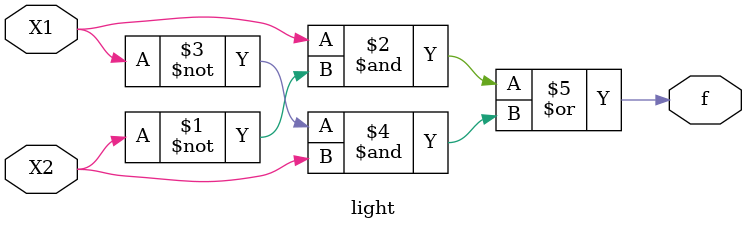
<source format=v>
module light (
    input X1, X2,
    output f
);

assign f = (X1 & ~X2) | (~X1 & X2);
    
endmodule
</source>
